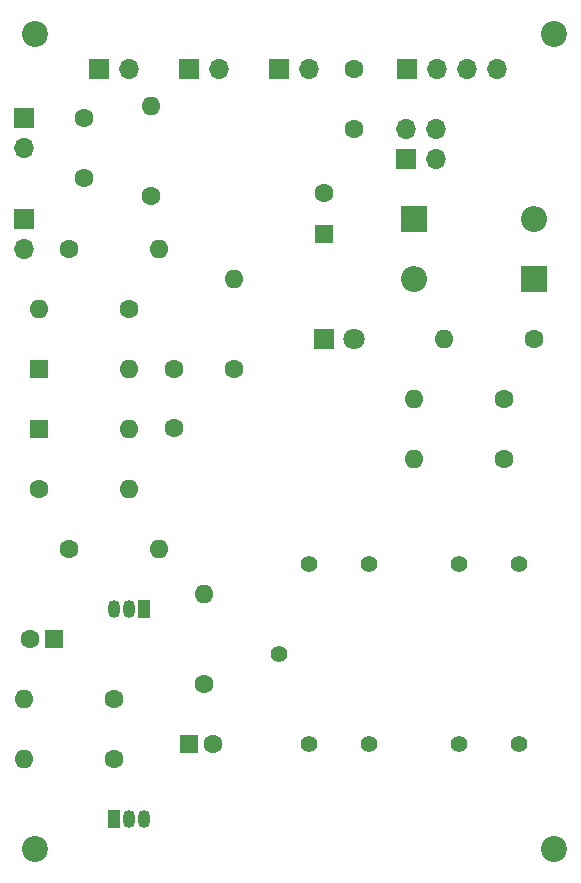
<source format=gbr>
%TF.GenerationSoftware,KiCad,Pcbnew,(6.0.2)*%
%TF.CreationDate,2022-04-03T01:31:02+08:00*%
%TF.ProjectId,BoHansen_DI,426f4861-6e73-4656-9e5f-44492e6b6963,rev?*%
%TF.SameCoordinates,Original*%
%TF.FileFunction,Soldermask,Bot*%
%TF.FilePolarity,Negative*%
%FSLAX46Y46*%
G04 Gerber Fmt 4.6, Leading zero omitted, Abs format (unit mm)*
G04 Created by KiCad (PCBNEW (6.0.2)) date 2022-04-03 01:31:02*
%MOMM*%
%LPD*%
G01*
G04 APERTURE LIST*
%ADD10O,1.600000X1.600000*%
%ADD11C,1.600000*%
%ADD12R,1.600000X1.600000*%
%ADD13O,1.700000X1.700000*%
%ADD14R,1.700000X1.700000*%
%ADD15C,2.200000*%
%ADD16O,2.200000X2.200000*%
%ADD17R,2.200000X2.200000*%
%ADD18C,1.400000*%
%ADD19O,1.050000X1.500000*%
%ADD20R,1.050000X1.500000*%
%ADD21C,1.800000*%
%ADD22R,1.800000X1.800000*%
G04 APERTURE END LIST*
D10*
%TO.C,R4*%
X140970000Y-96520000D03*
D11*
X133350000Y-96520000D03*
%TD*%
%TO.C,C2*%
X144780000Y-91360000D03*
X144780000Y-86360000D03*
%TD*%
D10*
%TO.C,R11*%
X165100000Y-88900000D03*
D11*
X172720000Y-88900000D03*
%TD*%
D10*
%TO.C,R1*%
X142875000Y-64135000D03*
D11*
X142875000Y-71755000D03*
%TD*%
D10*
%TO.C,D2*%
X140970000Y-91440000D03*
D12*
X133350000Y-91440000D03*
%TD*%
D10*
%TO.C,R8*%
X147320000Y-105410000D03*
D11*
X147320000Y-113030000D03*
%TD*%
D13*
%TO.C,SW4*%
X156205000Y-60960000D03*
D14*
X153665000Y-60960000D03*
%TD*%
D15*
%TO.C,H2*%
X133000000Y-127000000D03*
%TD*%
D13*
%TO.C,J2*%
X148585000Y-60960000D03*
D14*
X146045000Y-60960000D03*
%TD*%
D13*
%TO.C,J1*%
X140965000Y-60960000D03*
D14*
X138425000Y-60960000D03*
%TD*%
D11*
%TO.C,C1*%
X137160000Y-65150000D03*
X137160000Y-70150000D03*
%TD*%
D13*
%TO.C,SW2*%
X132080000Y-76200000D03*
D14*
X132080000Y-73660000D03*
%TD*%
D10*
%TO.C,R5*%
X143510000Y-101600000D03*
D11*
X135890000Y-101600000D03*
%TD*%
%TO.C,C3*%
X157480000Y-71430000D03*
D12*
X157480000Y-74930000D03*
%TD*%
D11*
%TO.C,C6*%
X160020000Y-61000000D03*
X160020000Y-66000000D03*
%TD*%
D16*
%TO.C,D5*%
X175260000Y-73660000D03*
D17*
X165100000Y-73660000D03*
%TD*%
D18*
%TO.C,T1*%
X153670000Y-110490000D03*
X173990000Y-118110000D03*
X168910000Y-118110000D03*
X161290000Y-118110000D03*
X156210000Y-118110000D03*
X156210000Y-102870000D03*
X161290000Y-102870000D03*
X168910000Y-102870000D03*
X173990000Y-102870000D03*
%TD*%
D15*
%TO.C,H3*%
X177000000Y-58000000D03*
%TD*%
D10*
%TO.C,R9*%
X167640000Y-83820000D03*
D11*
X175260000Y-83820000D03*
%TD*%
D15*
%TO.C,H1*%
X133000000Y-58000000D03*
%TD*%
D13*
%TO.C,SW3*%
X167000000Y-66040000D03*
X167000000Y-68580000D03*
X164460000Y-66040000D03*
D14*
X164460000Y-68580000D03*
%TD*%
D11*
%TO.C,C5*%
X148050000Y-118110000D03*
D12*
X146050000Y-118110000D03*
%TD*%
D10*
%TO.C,R10*%
X165100000Y-93980000D03*
D11*
X172720000Y-93980000D03*
%TD*%
%TO.C,C4*%
X132620000Y-109220000D03*
D12*
X134620000Y-109220000D03*
%TD*%
D10*
%TO.C,R6*%
X132080000Y-114300000D03*
D11*
X139700000Y-114300000D03*
%TD*%
D10*
%TO.C,R12*%
X149860000Y-78740000D03*
D11*
X149860000Y-86360000D03*
%TD*%
D16*
%TO.C,D4*%
X165100000Y-78740000D03*
D17*
X175260000Y-78740000D03*
%TD*%
D19*
%TO.C,Q2*%
X142240000Y-124460000D03*
X140970000Y-124460000D03*
D20*
X139700000Y-124460000D03*
%TD*%
D21*
%TO.C,D3*%
X160020000Y-83820000D03*
D22*
X157480000Y-83820000D03*
%TD*%
D10*
%TO.C,R3*%
X133350000Y-81280000D03*
D11*
X140970000Y-81280000D03*
%TD*%
D10*
%TO.C,D1*%
X140970000Y-86360000D03*
D12*
X133350000Y-86360000D03*
%TD*%
D10*
%TO.C,R2*%
X143510000Y-76200000D03*
D11*
X135890000Y-76200000D03*
%TD*%
D13*
%TO.C,SW1*%
X132080000Y-67610000D03*
D14*
X132080000Y-65070000D03*
%TD*%
D13*
%TO.C,J3*%
X172095000Y-60960000D03*
X169555000Y-60960000D03*
X167015000Y-60960000D03*
D14*
X164475000Y-60960000D03*
%TD*%
D10*
%TO.C,R7*%
X132080000Y-119380000D03*
D11*
X139700000Y-119380000D03*
%TD*%
D19*
%TO.C,Q1*%
X139700000Y-106680000D03*
X140970000Y-106680000D03*
D20*
X142240000Y-106680000D03*
%TD*%
D15*
%TO.C,H4*%
X177000000Y-127000000D03*
%TD*%
M02*

</source>
